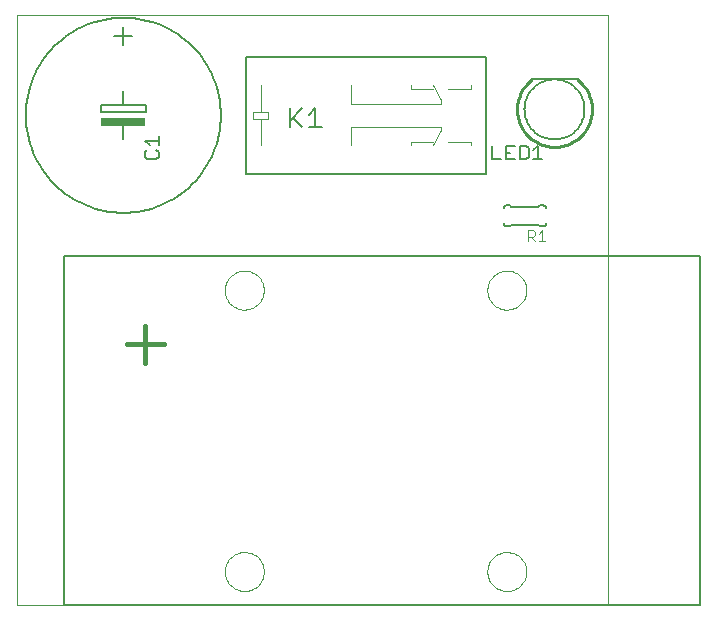
<source format=gto>
G75*
G70*
%OFA0B0*%
%FSLAX24Y24*%
%IPPOS*%
%LPD*%
%AMOC8*
5,1,8,0,0,1.08239X$1,22.5*
%
%ADD10C,0.0000*%
%ADD11C,0.0060*%
%ADD12C,0.0040*%
%ADD13C,0.0070*%
%ADD14C,0.0080*%
%ADD15C,0.0100*%
%ADD16C,0.0050*%
%ADD17R,0.1500X0.0250*%
%ADD18C,0.0160*%
D10*
X000121Y000504D02*
X000121Y020189D01*
X019806Y020189D01*
X019806Y000504D01*
X000121Y000504D01*
X007046Y001634D02*
X007048Y001684D01*
X007054Y001734D01*
X007064Y001784D01*
X007077Y001832D01*
X007094Y001880D01*
X007115Y001926D01*
X007139Y001970D01*
X007167Y002012D01*
X007198Y002052D01*
X007232Y002089D01*
X007269Y002124D01*
X007308Y002155D01*
X007349Y002184D01*
X007393Y002209D01*
X007439Y002231D01*
X007486Y002249D01*
X007534Y002263D01*
X007583Y002274D01*
X007633Y002281D01*
X007683Y002284D01*
X007734Y002283D01*
X007784Y002278D01*
X007834Y002269D01*
X007882Y002257D01*
X007930Y002240D01*
X007976Y002220D01*
X008021Y002197D01*
X008064Y002170D01*
X008104Y002140D01*
X008142Y002107D01*
X008177Y002071D01*
X008210Y002032D01*
X008239Y001991D01*
X008265Y001948D01*
X008288Y001903D01*
X008307Y001856D01*
X008322Y001808D01*
X008334Y001759D01*
X008342Y001709D01*
X008346Y001659D01*
X008346Y001609D01*
X008342Y001559D01*
X008334Y001509D01*
X008322Y001460D01*
X008307Y001412D01*
X008288Y001365D01*
X008265Y001320D01*
X008239Y001277D01*
X008210Y001236D01*
X008177Y001197D01*
X008142Y001161D01*
X008104Y001128D01*
X008064Y001098D01*
X008021Y001071D01*
X007976Y001048D01*
X007930Y001028D01*
X007882Y001011D01*
X007834Y000999D01*
X007784Y000990D01*
X007734Y000985D01*
X007683Y000984D01*
X007633Y000987D01*
X007583Y000994D01*
X007534Y001005D01*
X007486Y001019D01*
X007439Y001037D01*
X007393Y001059D01*
X007349Y001084D01*
X007308Y001113D01*
X007269Y001144D01*
X007232Y001179D01*
X007198Y001216D01*
X007167Y001256D01*
X007139Y001298D01*
X007115Y001342D01*
X007094Y001388D01*
X007077Y001436D01*
X007064Y001484D01*
X007054Y001534D01*
X007048Y001584D01*
X007046Y001634D01*
X015796Y001634D02*
X015798Y001684D01*
X015804Y001734D01*
X015814Y001784D01*
X015827Y001832D01*
X015844Y001880D01*
X015865Y001926D01*
X015889Y001970D01*
X015917Y002012D01*
X015948Y002052D01*
X015982Y002089D01*
X016019Y002124D01*
X016058Y002155D01*
X016099Y002184D01*
X016143Y002209D01*
X016189Y002231D01*
X016236Y002249D01*
X016284Y002263D01*
X016333Y002274D01*
X016383Y002281D01*
X016433Y002284D01*
X016484Y002283D01*
X016534Y002278D01*
X016584Y002269D01*
X016632Y002257D01*
X016680Y002240D01*
X016726Y002220D01*
X016771Y002197D01*
X016814Y002170D01*
X016854Y002140D01*
X016892Y002107D01*
X016927Y002071D01*
X016960Y002032D01*
X016989Y001991D01*
X017015Y001948D01*
X017038Y001903D01*
X017057Y001856D01*
X017072Y001808D01*
X017084Y001759D01*
X017092Y001709D01*
X017096Y001659D01*
X017096Y001609D01*
X017092Y001559D01*
X017084Y001509D01*
X017072Y001460D01*
X017057Y001412D01*
X017038Y001365D01*
X017015Y001320D01*
X016989Y001277D01*
X016960Y001236D01*
X016927Y001197D01*
X016892Y001161D01*
X016854Y001128D01*
X016814Y001098D01*
X016771Y001071D01*
X016726Y001048D01*
X016680Y001028D01*
X016632Y001011D01*
X016584Y000999D01*
X016534Y000990D01*
X016484Y000985D01*
X016433Y000984D01*
X016383Y000987D01*
X016333Y000994D01*
X016284Y001005D01*
X016236Y001019D01*
X016189Y001037D01*
X016143Y001059D01*
X016099Y001084D01*
X016058Y001113D01*
X016019Y001144D01*
X015982Y001179D01*
X015948Y001216D01*
X015917Y001256D01*
X015889Y001298D01*
X015865Y001342D01*
X015844Y001388D01*
X015827Y001436D01*
X015814Y001484D01*
X015804Y001534D01*
X015798Y001584D01*
X015796Y001634D01*
X015796Y011014D02*
X015798Y011064D01*
X015804Y011114D01*
X015814Y011164D01*
X015827Y011212D01*
X015844Y011260D01*
X015865Y011306D01*
X015889Y011350D01*
X015917Y011392D01*
X015948Y011432D01*
X015982Y011469D01*
X016019Y011504D01*
X016058Y011535D01*
X016099Y011564D01*
X016143Y011589D01*
X016189Y011611D01*
X016236Y011629D01*
X016284Y011643D01*
X016333Y011654D01*
X016383Y011661D01*
X016433Y011664D01*
X016484Y011663D01*
X016534Y011658D01*
X016584Y011649D01*
X016632Y011637D01*
X016680Y011620D01*
X016726Y011600D01*
X016771Y011577D01*
X016814Y011550D01*
X016854Y011520D01*
X016892Y011487D01*
X016927Y011451D01*
X016960Y011412D01*
X016989Y011371D01*
X017015Y011328D01*
X017038Y011283D01*
X017057Y011236D01*
X017072Y011188D01*
X017084Y011139D01*
X017092Y011089D01*
X017096Y011039D01*
X017096Y010989D01*
X017092Y010939D01*
X017084Y010889D01*
X017072Y010840D01*
X017057Y010792D01*
X017038Y010745D01*
X017015Y010700D01*
X016989Y010657D01*
X016960Y010616D01*
X016927Y010577D01*
X016892Y010541D01*
X016854Y010508D01*
X016814Y010478D01*
X016771Y010451D01*
X016726Y010428D01*
X016680Y010408D01*
X016632Y010391D01*
X016584Y010379D01*
X016534Y010370D01*
X016484Y010365D01*
X016433Y010364D01*
X016383Y010367D01*
X016333Y010374D01*
X016284Y010385D01*
X016236Y010399D01*
X016189Y010417D01*
X016143Y010439D01*
X016099Y010464D01*
X016058Y010493D01*
X016019Y010524D01*
X015982Y010559D01*
X015948Y010596D01*
X015917Y010636D01*
X015889Y010678D01*
X015865Y010722D01*
X015844Y010768D01*
X015827Y010816D01*
X015814Y010864D01*
X015804Y010914D01*
X015798Y010964D01*
X015796Y011014D01*
X007046Y011014D02*
X007048Y011064D01*
X007054Y011114D01*
X007064Y011164D01*
X007077Y011212D01*
X007094Y011260D01*
X007115Y011306D01*
X007139Y011350D01*
X007167Y011392D01*
X007198Y011432D01*
X007232Y011469D01*
X007269Y011504D01*
X007308Y011535D01*
X007349Y011564D01*
X007393Y011589D01*
X007439Y011611D01*
X007486Y011629D01*
X007534Y011643D01*
X007583Y011654D01*
X007633Y011661D01*
X007683Y011664D01*
X007734Y011663D01*
X007784Y011658D01*
X007834Y011649D01*
X007882Y011637D01*
X007930Y011620D01*
X007976Y011600D01*
X008021Y011577D01*
X008064Y011550D01*
X008104Y011520D01*
X008142Y011487D01*
X008177Y011451D01*
X008210Y011412D01*
X008239Y011371D01*
X008265Y011328D01*
X008288Y011283D01*
X008307Y011236D01*
X008322Y011188D01*
X008334Y011139D01*
X008342Y011089D01*
X008346Y011039D01*
X008346Y010989D01*
X008342Y010939D01*
X008334Y010889D01*
X008322Y010840D01*
X008307Y010792D01*
X008288Y010745D01*
X008265Y010700D01*
X008239Y010657D01*
X008210Y010616D01*
X008177Y010577D01*
X008142Y010541D01*
X008104Y010508D01*
X008064Y010478D01*
X008021Y010451D01*
X007976Y010428D01*
X007930Y010408D01*
X007882Y010391D01*
X007834Y010379D01*
X007784Y010370D01*
X007734Y010365D01*
X007683Y010364D01*
X007633Y010367D01*
X007583Y010374D01*
X007534Y010385D01*
X007486Y010399D01*
X007439Y010417D01*
X007393Y010439D01*
X007349Y010464D01*
X007308Y010493D01*
X007269Y010524D01*
X007232Y010559D01*
X007198Y010596D01*
X007167Y010636D01*
X007139Y010678D01*
X007115Y010722D01*
X007094Y010768D01*
X007077Y010816D01*
X007064Y010864D01*
X007054Y010914D01*
X007048Y010964D01*
X007046Y011014D01*
D11*
X007759Y014882D02*
X007759Y018792D01*
X015751Y018792D01*
X015751Y014882D01*
X007759Y014882D01*
X004414Y016943D02*
X004414Y017193D01*
X003664Y017193D01*
X002914Y017193D01*
X002914Y016943D01*
X004414Y016943D01*
X000414Y016843D02*
X000418Y017002D01*
X000430Y017162D01*
X000449Y017320D01*
X000476Y017477D01*
X000511Y017633D01*
X000554Y017786D01*
X000604Y017938D01*
X000661Y018087D01*
X000726Y018233D01*
X000798Y018375D01*
X000876Y018514D01*
X000962Y018649D01*
X001054Y018779D01*
X001152Y018905D01*
X001256Y019026D01*
X001366Y019141D01*
X001481Y019251D01*
X001602Y019355D01*
X001728Y019453D01*
X001858Y019545D01*
X001993Y019631D01*
X002132Y019709D01*
X002274Y019781D01*
X002420Y019846D01*
X002569Y019903D01*
X002721Y019953D01*
X002874Y019996D01*
X003030Y020031D01*
X003187Y020058D01*
X003345Y020077D01*
X003505Y020089D01*
X003664Y020093D01*
X003823Y020089D01*
X003983Y020077D01*
X004141Y020058D01*
X004298Y020031D01*
X004454Y019996D01*
X004607Y019953D01*
X004759Y019903D01*
X004908Y019846D01*
X005054Y019781D01*
X005196Y019709D01*
X005335Y019631D01*
X005470Y019545D01*
X005600Y019453D01*
X005726Y019355D01*
X005847Y019251D01*
X005962Y019141D01*
X006072Y019026D01*
X006176Y018905D01*
X006274Y018779D01*
X006366Y018649D01*
X006452Y018514D01*
X006530Y018375D01*
X006602Y018233D01*
X006667Y018087D01*
X006724Y017938D01*
X006774Y017786D01*
X006817Y017633D01*
X006852Y017477D01*
X006879Y017320D01*
X006898Y017162D01*
X006910Y017002D01*
X006914Y016843D01*
X006910Y016684D01*
X006898Y016524D01*
X006879Y016366D01*
X006852Y016209D01*
X006817Y016053D01*
X006774Y015900D01*
X006724Y015748D01*
X006667Y015599D01*
X006602Y015453D01*
X006530Y015311D01*
X006452Y015172D01*
X006366Y015037D01*
X006274Y014907D01*
X006176Y014781D01*
X006072Y014660D01*
X005962Y014545D01*
X005847Y014435D01*
X005726Y014331D01*
X005600Y014233D01*
X005470Y014141D01*
X005335Y014055D01*
X005196Y013977D01*
X005054Y013905D01*
X004908Y013840D01*
X004759Y013783D01*
X004607Y013733D01*
X004454Y013690D01*
X004298Y013655D01*
X004141Y013628D01*
X003983Y013609D01*
X003823Y013597D01*
X003664Y013593D01*
X003505Y013597D01*
X003345Y013609D01*
X003187Y013628D01*
X003030Y013655D01*
X002874Y013690D01*
X002721Y013733D01*
X002569Y013783D01*
X002420Y013840D01*
X002274Y013905D01*
X002132Y013977D01*
X001993Y014055D01*
X001858Y014141D01*
X001728Y014233D01*
X001602Y014331D01*
X001481Y014435D01*
X001366Y014545D01*
X001256Y014660D01*
X001152Y014781D01*
X001054Y014907D01*
X000962Y015037D01*
X000876Y015172D01*
X000798Y015311D01*
X000726Y015453D01*
X000661Y015599D01*
X000604Y015748D01*
X000554Y015900D01*
X000511Y016053D01*
X000476Y016209D01*
X000449Y016366D01*
X000430Y016524D01*
X000418Y016684D01*
X000414Y016843D01*
X003364Y019493D02*
X003964Y019493D01*
X003664Y019793D02*
X003664Y019193D01*
X003664Y017643D02*
X003664Y017193D01*
X003664Y016593D02*
X003664Y016043D01*
X016450Y013846D02*
X016550Y013846D01*
X016600Y013796D01*
X017500Y013796D01*
X017550Y013846D01*
X017650Y013846D01*
X017667Y013844D01*
X017684Y013840D01*
X017700Y013833D01*
X017714Y013823D01*
X017727Y013810D01*
X017737Y013796D01*
X017744Y013780D01*
X017748Y013763D01*
X017750Y013746D01*
X017750Y013246D02*
X017748Y013229D01*
X017744Y013212D01*
X017737Y013196D01*
X017727Y013182D01*
X017714Y013169D01*
X017700Y013159D01*
X017684Y013152D01*
X017667Y013148D01*
X017650Y013146D01*
X017550Y013146D01*
X017500Y013196D01*
X016600Y013196D01*
X016550Y013146D01*
X016450Y013146D01*
X016433Y013148D01*
X016416Y013152D01*
X016400Y013159D01*
X016386Y013169D01*
X016373Y013182D01*
X016363Y013196D01*
X016356Y013212D01*
X016352Y013229D01*
X016350Y013246D01*
X016350Y013746D02*
X016352Y013763D01*
X016356Y013780D01*
X016363Y013796D01*
X016373Y013810D01*
X016386Y013823D01*
X016400Y013833D01*
X016416Y013840D01*
X016433Y013844D01*
X016450Y013846D01*
X017034Y017039D02*
X017036Y017102D01*
X017042Y017164D01*
X017052Y017226D01*
X017065Y017288D01*
X017083Y017348D01*
X017104Y017407D01*
X017129Y017465D01*
X017158Y017521D01*
X017190Y017575D01*
X017225Y017627D01*
X017263Y017676D01*
X017305Y017724D01*
X017349Y017768D01*
X017397Y017810D01*
X017446Y017848D01*
X017498Y017883D01*
X017552Y017915D01*
X017608Y017944D01*
X017666Y017969D01*
X017725Y017990D01*
X017785Y018008D01*
X017847Y018021D01*
X017909Y018031D01*
X017971Y018037D01*
X018034Y018039D01*
X018097Y018037D01*
X018159Y018031D01*
X018221Y018021D01*
X018283Y018008D01*
X018343Y017990D01*
X018402Y017969D01*
X018460Y017944D01*
X018516Y017915D01*
X018570Y017883D01*
X018622Y017848D01*
X018671Y017810D01*
X018719Y017768D01*
X018763Y017724D01*
X018805Y017676D01*
X018843Y017627D01*
X018878Y017575D01*
X018910Y017521D01*
X018939Y017465D01*
X018964Y017407D01*
X018985Y017348D01*
X019003Y017288D01*
X019016Y017226D01*
X019026Y017164D01*
X019032Y017102D01*
X019034Y017039D01*
X019032Y016976D01*
X019026Y016914D01*
X019016Y016852D01*
X019003Y016790D01*
X018985Y016730D01*
X018964Y016671D01*
X018939Y016613D01*
X018910Y016557D01*
X018878Y016503D01*
X018843Y016451D01*
X018805Y016402D01*
X018763Y016354D01*
X018719Y016310D01*
X018671Y016268D01*
X018622Y016230D01*
X018570Y016195D01*
X018516Y016163D01*
X018460Y016134D01*
X018402Y016109D01*
X018343Y016088D01*
X018283Y016070D01*
X018221Y016057D01*
X018159Y016047D01*
X018097Y016041D01*
X018034Y016039D01*
X017971Y016041D01*
X017909Y016047D01*
X017847Y016057D01*
X017785Y016070D01*
X017725Y016088D01*
X017666Y016109D01*
X017608Y016134D01*
X017552Y016163D01*
X017498Y016195D01*
X017446Y016230D01*
X017397Y016268D01*
X017349Y016310D01*
X017305Y016354D01*
X017263Y016402D01*
X017225Y016451D01*
X017190Y016503D01*
X017158Y016557D01*
X017129Y016613D01*
X017104Y016671D01*
X017083Y016730D01*
X017065Y016790D01*
X017052Y016852D01*
X017042Y016914D01*
X017036Y016976D01*
X017034Y017039D01*
D12*
X015235Y017718D02*
X015235Y017843D01*
X015235Y017718D02*
X014485Y017718D01*
X014235Y017343D02*
X013985Y017843D01*
X013985Y017718D02*
X013235Y017718D01*
X013235Y017843D01*
X014235Y017343D02*
X014235Y017218D01*
X011235Y017218D01*
X011235Y017843D01*
X011235Y016468D02*
X014235Y016468D01*
X014235Y016343D01*
X013985Y015843D01*
X013985Y015968D02*
X013235Y015968D01*
X013235Y015843D01*
X014485Y015968D02*
X015235Y015968D01*
X015235Y015843D01*
X017142Y013016D02*
X017317Y013016D01*
X017375Y012958D01*
X017375Y012841D01*
X017317Y012783D01*
X017142Y012783D01*
X017259Y012783D02*
X017375Y012666D01*
X017501Y012666D02*
X017734Y012666D01*
X017618Y012666D02*
X017618Y013016D01*
X017501Y012900D01*
X017142Y013016D02*
X017142Y012666D01*
X011235Y015843D02*
X011235Y016468D01*
X008485Y016718D02*
X008485Y016968D01*
X008235Y016968D01*
X007985Y016968D01*
X007985Y016718D01*
X008235Y016718D01*
X008235Y015843D01*
X008235Y016718D02*
X008485Y016718D01*
X008235Y016968D02*
X008235Y017843D01*
D13*
X009205Y017076D02*
X009205Y016445D01*
X009205Y016655D02*
X009625Y017076D01*
X009850Y016865D02*
X010060Y017076D01*
X010060Y016445D01*
X009850Y016445D02*
X010270Y016445D01*
X009625Y016445D02*
X009310Y016760D01*
D14*
X017284Y018039D02*
X018784Y018039D01*
D15*
X018838Y017996D01*
X018890Y017950D01*
X018939Y017901D01*
X018986Y017849D01*
X019029Y017795D01*
X019070Y017739D01*
X019107Y017680D01*
X019141Y017620D01*
X019171Y017557D01*
X019198Y017494D01*
X019222Y017428D01*
X019242Y017362D01*
X019258Y017294D01*
X019270Y017226D01*
X019278Y017157D01*
X019283Y017088D01*
X019284Y017018D01*
X019281Y016949D01*
X019274Y016880D01*
X019263Y016812D01*
X019249Y016744D01*
X019230Y016677D01*
X019208Y016611D01*
X019183Y016546D01*
X019154Y016483D01*
X019121Y016422D01*
X019085Y016363D01*
X019046Y016306D01*
X019004Y016250D01*
X018959Y016198D01*
X018911Y016148D01*
X018860Y016101D01*
X018806Y016056D01*
X018751Y016015D01*
X018693Y015977D01*
X018633Y015942D01*
X018571Y015910D01*
X018508Y015882D01*
X018443Y015858D01*
X018377Y015837D01*
X018309Y015820D01*
X018241Y015806D01*
X018172Y015797D01*
X018103Y015791D01*
X018034Y015789D01*
X017965Y015791D01*
X017896Y015797D01*
X017827Y015806D01*
X017759Y015820D01*
X017691Y015837D01*
X017625Y015858D01*
X017560Y015882D01*
X017497Y015910D01*
X017435Y015942D01*
X017375Y015977D01*
X017317Y016015D01*
X017262Y016056D01*
X017208Y016101D01*
X017157Y016148D01*
X017109Y016198D01*
X017064Y016250D01*
X017022Y016306D01*
X016983Y016363D01*
X016947Y016422D01*
X016914Y016483D01*
X016885Y016546D01*
X016860Y016611D01*
X016838Y016677D01*
X016819Y016744D01*
X016805Y016812D01*
X016794Y016880D01*
X016787Y016949D01*
X016784Y017018D01*
X016785Y017088D01*
X016790Y017157D01*
X016798Y017226D01*
X016810Y017294D01*
X016826Y017362D01*
X016846Y017428D01*
X016870Y017494D01*
X016897Y017557D01*
X016927Y017620D01*
X016961Y017680D01*
X016998Y017739D01*
X017039Y017795D01*
X017082Y017849D01*
X017129Y017901D01*
X017178Y017950D01*
X017230Y017996D01*
X017284Y018039D01*
D16*
X017098Y015820D02*
X016873Y015820D01*
X016873Y015370D01*
X017098Y015370D01*
X017173Y015445D01*
X017173Y015745D01*
X017098Y015820D01*
X017333Y015670D02*
X017483Y015820D01*
X017483Y015370D01*
X017333Y015370D02*
X017633Y015370D01*
X016713Y015370D02*
X016412Y015370D01*
X016412Y015820D01*
X016713Y015820D01*
X016563Y015595D02*
X016412Y015595D01*
X016252Y015370D02*
X015952Y015370D01*
X015952Y015820D01*
X022896Y012144D02*
X001696Y012144D01*
X001696Y000504D01*
X022896Y000504D01*
X022896Y012144D01*
X004836Y015466D02*
X004836Y015616D01*
X004761Y015691D01*
X004836Y015851D02*
X004836Y016151D01*
X004836Y016001D02*
X004386Y016001D01*
X004536Y015851D01*
X004461Y015691D02*
X004386Y015616D01*
X004386Y015466D01*
X004461Y015390D01*
X004761Y015390D01*
X004836Y015466D01*
D17*
X003664Y016618D03*
D18*
X004390Y009819D02*
X004390Y008591D01*
X005003Y009205D02*
X003776Y009205D01*
M02*

</source>
